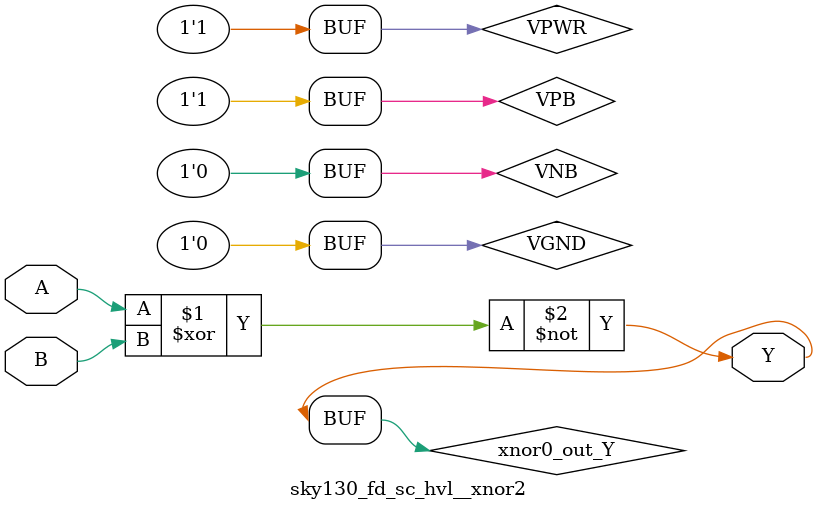
<source format=v>
/*
 * Copyright 2020 The SkyWater PDK Authors
 *
 * Licensed under the Apache License, Version 2.0 (the "License");
 * you may not use this file except in compliance with the License.
 * You may obtain a copy of the License at
 *
 *     https://www.apache.org/licenses/LICENSE-2.0
 *
 * Unless required by applicable law or agreed to in writing, software
 * distributed under the License is distributed on an "AS IS" BASIS,
 * WITHOUT WARRANTIES OR CONDITIONS OF ANY KIND, either express or implied.
 * See the License for the specific language governing permissions and
 * limitations under the License.
 *
 * SPDX-License-Identifier: Apache-2.0
*/


`ifndef SKY130_FD_SC_HVL__XNOR2_BEHAVIORAL_V
`define SKY130_FD_SC_HVL__XNOR2_BEHAVIORAL_V

/**
 * xnor2: 2-input exclusive NOR.
 *
 *        Y = !(A ^ B)
 *
 * Verilog simulation functional model.
 */

`timescale 1ns / 1ps
`default_nettype none

`celldefine
module sky130_fd_sc_hvl__xnor2 (
    Y,
    A,
    B
);

    // Module ports
    output Y;
    input  A;
    input  B;

    // Module supplies
    supply1 VPWR;
    supply0 VGND;
    supply1 VPB ;
    supply0 VNB ;

    // Local signals
    wire xnor0_out_Y;

    //   Name   Output       Other arguments
    xnor xnor0 (xnor0_out_Y, A, B           );
    buf  buf0  (Y          , xnor0_out_Y    );

endmodule
`endcelldefine

`default_nettype wire
`endif  // SKY130_FD_SC_HVL__XNOR2_BEHAVIORAL_V
</source>
